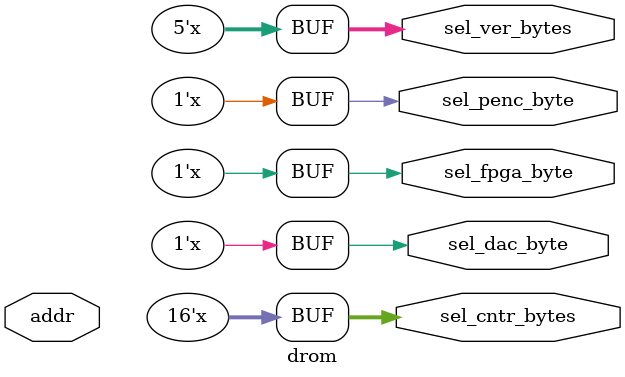
<source format=v>
module drom(addr, 
			sel_fpga_byte, 
			sel_ver_bytes, 
			sel_penc_byte, 
			sel_cntr_bytes, 
			sel_dac_byte);

input [4:0] addr;
output sel_fpga_byte;			 
output [4:0] sel_ver_bytes;  
output sel_penc_byte;  
output [15:0] sel_cntr_bytes; 
output sel_dac_byte;
 
reg [31:0] sel_out;

always @(addr) 
case(addr)
0:  sel_out=32'hfffffffe;
1:  sel_out=32'hffffffbd;
2:  sel_out=32'hffffffbb;
3:  sel_out=32'hffffffb7;
4:  sel_out=32'hffffffaf;
5:  sel_out=32'hffffff9f;
6:  sel_out=32'hffffffff;
7:  sel_out=32'hffffff7f;
8:  sel_out=32'hfffffeff;
9:  sel_out=32'hfffffdff;
10:  sel_out=32'hfffffbff;
11:  sel_out=32'hfffff7ff;
12:  sel_out=32'hffffefff;
13:  sel_out=32'hffffdfff;
14:  sel_out=32'hffffbfff;
15:  sel_out=32'hffff7fff;
16:  sel_out=32'hfffeffff;
17:  sel_out=32'hfffdffff;
18:  sel_out=32'hfffbffff;
19:  sel_out=32'hfff7ffff;
20:  sel_out=32'hffefffff;
21:  sel_out=32'hffdfffff;
22:  sel_out=32'hffbfffff;
23:  sel_out=32'hff7fffff;
24:  sel_out=32'hffffffff;
25:  sel_out=32'hffffffff;
26:  sel_out=32'hffffffff;
27:  sel_out=32'hffffffff;
28:  sel_out=32'hffffffff;
29:  sel_out=32'hffffffff;
30:  sel_out=32'hffffffff;
31:  sel_out=32'hffffffff;

endcase

assign sel_fpga_byte = sel_in[0];
assign sel_ver_bytes = sel_in[5:1];
assign sel_penc_byte= sel_in [6];
assign sel_cntr_bytes = {sel_in[22:19],sel_in[18:15],sel_in[14:11],sel_in[10:7]};
assign sel_dac_byte = sel_in[23];

endmodule

</source>
